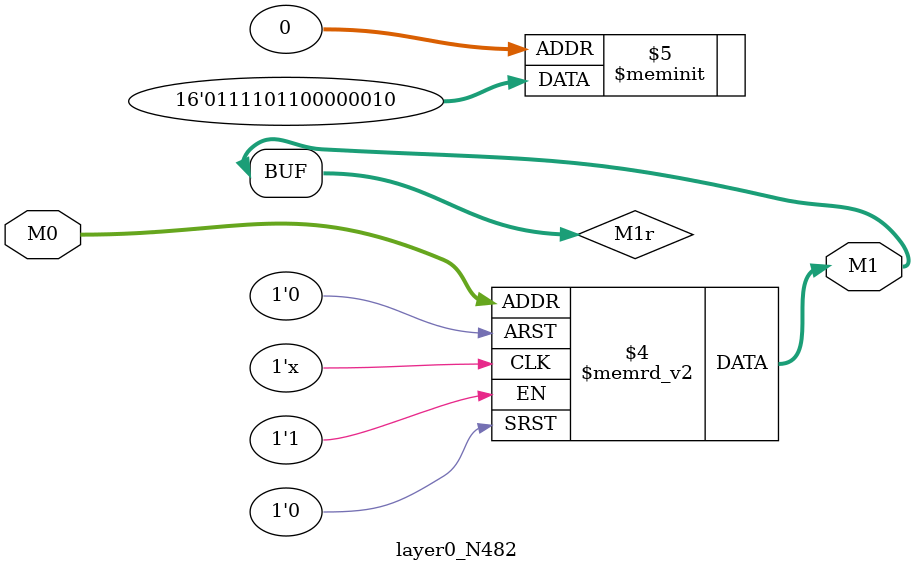
<source format=v>
module layer0_N482 ( input [2:0] M0, output [1:0] M1 );

	(*rom_style = "distributed" *) reg [1:0] M1r;
	assign M1 = M1r;
	always @ (M0) begin
		case (M0)
			3'b000: M1r = 2'b10;
			3'b100: M1r = 2'b11;
			3'b010: M1r = 2'b00;
			3'b110: M1r = 2'b11;
			3'b001: M1r = 2'b00;
			3'b101: M1r = 2'b10;
			3'b011: M1r = 2'b00;
			3'b111: M1r = 2'b01;

		endcase
	end
endmodule

</source>
